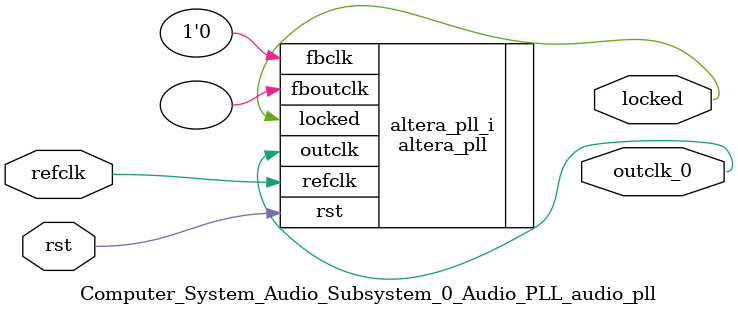
<source format=v>
`timescale 1ns/10ps
module  Computer_System_Audio_Subsystem_0_Audio_PLL_audio_pll(

	// interface 'refclk'
	input wire refclk,

	// interface 'reset'
	input wire rst,

	// interface 'outclk0'
	output wire outclk_0,

	// interface 'locked'
	output wire locked
);

	altera_pll #(
		.fractional_vco_multiplier("false"),
		.reference_clock_frequency("50.0 MHz"),
		.operation_mode("direct"),
		.number_of_clocks(1),
		.output_clock_frequency0("12.288135 MHz"),
		.phase_shift0("0 ps"),
		.duty_cycle0(50),
		.output_clock_frequency1("0 MHz"),
		.phase_shift1("0 ps"),
		.duty_cycle1(50),
		.output_clock_frequency2("0 MHz"),
		.phase_shift2("0 ps"),
		.duty_cycle2(50),
		.output_clock_frequency3("0 MHz"),
		.phase_shift3("0 ps"),
		.duty_cycle3(50),
		.output_clock_frequency4("0 MHz"),
		.phase_shift4("0 ps"),
		.duty_cycle4(50),
		.output_clock_frequency5("0 MHz"),
		.phase_shift5("0 ps"),
		.duty_cycle5(50),
		.output_clock_frequency6("0 MHz"),
		.phase_shift6("0 ps"),
		.duty_cycle6(50),
		.output_clock_frequency7("0 MHz"),
		.phase_shift7("0 ps"),
		.duty_cycle7(50),
		.output_clock_frequency8("0 MHz"),
		.phase_shift8("0 ps"),
		.duty_cycle8(50),
		.output_clock_frequency9("0 MHz"),
		.phase_shift9("0 ps"),
		.duty_cycle9(50),
		.output_clock_frequency10("0 MHz"),
		.phase_shift10("0 ps"),
		.duty_cycle10(50),
		.output_clock_frequency11("0 MHz"),
		.phase_shift11("0 ps"),
		.duty_cycle11(50),
		.output_clock_frequency12("0 MHz"),
		.phase_shift12("0 ps"),
		.duty_cycle12(50),
		.output_clock_frequency13("0 MHz"),
		.phase_shift13("0 ps"),
		.duty_cycle13(50),
		.output_clock_frequency14("0 MHz"),
		.phase_shift14("0 ps"),
		.duty_cycle14(50),
		.output_clock_frequency15("0 MHz"),
		.phase_shift15("0 ps"),
		.duty_cycle15(50),
		.output_clock_frequency16("0 MHz"),
		.phase_shift16("0 ps"),
		.duty_cycle16(50),
		.output_clock_frequency17("0 MHz"),
		.phase_shift17("0 ps"),
		.duty_cycle17(50),
		.pll_type("General"),
		.pll_subtype("General")
	) altera_pll_i (
		.rst	(rst),
		.outclk	({outclk_0}),
		.locked	(locked),
		.fboutclk	( ),
		.fbclk	(1'b0),
		.refclk	(refclk)
	);
endmodule


</source>
